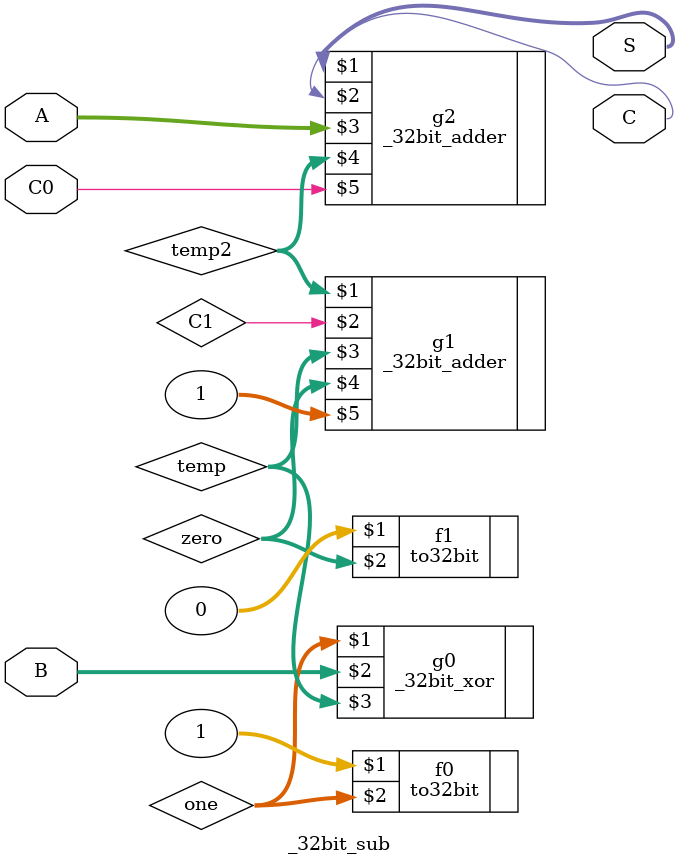
<source format=v>
module _32bit_sub (S,C,A,B,C0);
input [31:0] A,B;
input C0;
output C;
output [31:0] S;
wire C1,C2,C3;
wire [31:0]temp;
wire [31:0]temp2;
wire [31:0]one;
wire [31:0]zero;
	to32bit f1(0,zero);
	to32bit f0(1,one);
	_32bit_xor g0(one,B,temp);
	_32bit_adder g1(temp2, C1, temp,zero,1);
	_32bit_adder g2(S,C,A,temp2,C0);

endmodule 
</source>
